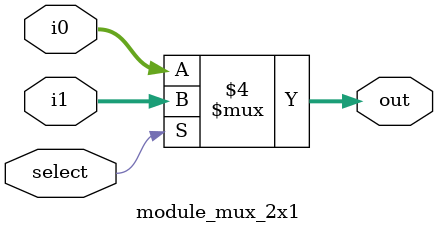
<source format=v>
module module_mux_2x1(i0,i1,select,out);
    input [31:0] i0;
    input [31:0] i1;
    input select;
    output [31:0] out;

	 wire [31:0] i0,i1;
    reg [31:0] out;

    always @(i0,i1,select)
    begin
    if(select==0)
        out=i0;
    else
        out=i1;
    end    
endmodule
</source>
